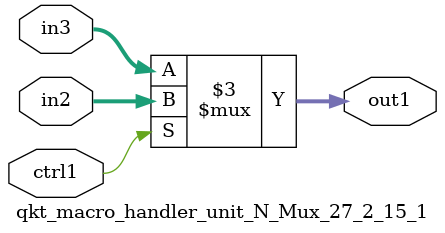
<source format=v>

`timescale 1ps / 1ps


module qkt_macro_handler_unit_N_Mux_27_2_15_1( in3, in2, ctrl1, out1 );

    input [26:0] in3;
    input [26:0] in2;
    input ctrl1;
    output [26:0] out1;
    reg [26:0] out1;

    
    // rtl_process:qkt_macro_handler_unit_N_Mux_27_2_15_1/qkt_macro_handler_unit_N_Mux_27_2_15_1_thread_1
    always @*
      begin : qkt_macro_handler_unit_N_Mux_27_2_15_1_thread_1
        case (ctrl1) 
          1'b1: 
            begin
              out1 = in2;
            end
          default: 
            begin
              out1 = in3;
            end
        endcase
      end

endmodule





</source>
